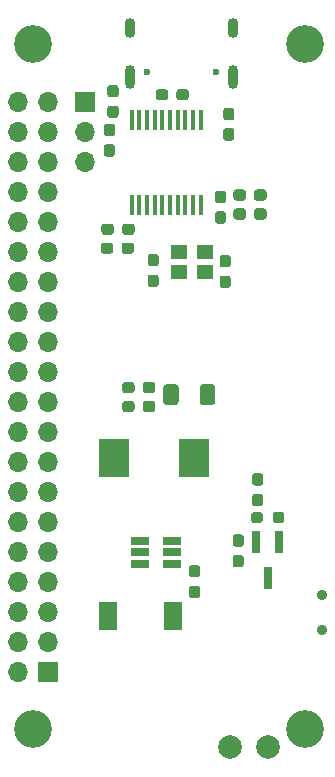
<source format=gbs>
G04 #@! TF.GenerationSoftware,KiCad,Pcbnew,(5.1.9)-1*
G04 #@! TF.CreationDate,2021-04-21T16:43:07+02:00*
G04 #@! TF.ProjectId,rgb_lcd_pihat,7267625f-6c63-4645-9f70-696861742e6b,rev?*
G04 #@! TF.SameCoordinates,Original*
G04 #@! TF.FileFunction,Soldermask,Bot*
G04 #@! TF.FilePolarity,Negative*
%FSLAX46Y46*%
G04 Gerber Fmt 4.6, Leading zero omitted, Abs format (unit mm)*
G04 Created by KiCad (PCBNEW (5.1.9)-1) date 2021-04-21 16:43:07*
%MOMM*%
%LPD*%
G01*
G04 APERTURE LIST*
%ADD10C,2.000000*%
%ADD11R,0.800000X1.900000*%
%ADD12C,0.600000*%
%ADD13O,0.900000X1.700000*%
%ADD14O,0.900000X2.000000*%
%ADD15R,1.400000X1.200000*%
%ADD16C,3.200000*%
%ADD17R,1.700000X1.700000*%
%ADD18O,1.700000X1.700000*%
%ADD19R,1.500000X2.400000*%
%ADD20C,0.900000*%
%ADD21R,0.450000X1.750000*%
%ADD22R,1.560000X0.650000*%
%ADD23R,2.500000X3.300000*%
G04 APERTURE END LIST*
G36*
G01*
X57850000Y-68825000D02*
X57850000Y-67575000D01*
G75*
G02*
X58100000Y-67325000I250000J0D01*
G01*
X58900000Y-67325000D01*
G75*
G02*
X59150000Y-67575000I0J-250000D01*
G01*
X59150000Y-68825000D01*
G75*
G02*
X58900000Y-69075000I-250000J0D01*
G01*
X58100000Y-69075000D01*
G75*
G02*
X57850000Y-68825000I0J250000D01*
G01*
G37*
G36*
G01*
X54750000Y-68825000D02*
X54750000Y-67575000D01*
G75*
G02*
X55000000Y-67325000I250000J0D01*
G01*
X55800000Y-67325000D01*
G75*
G02*
X56050000Y-67575000I0J-250000D01*
G01*
X56050000Y-68825000D01*
G75*
G02*
X55800000Y-69075000I-250000J0D01*
G01*
X55000000Y-69075000D01*
G75*
G02*
X54750000Y-68825000I0J250000D01*
G01*
G37*
G36*
G01*
X62512500Y-76600000D02*
X62987500Y-76600000D01*
G75*
G02*
X63225000Y-76837500I0J-237500D01*
G01*
X63225000Y-77412500D01*
G75*
G02*
X62987500Y-77650000I-237500J0D01*
G01*
X62512500Y-77650000D01*
G75*
G02*
X62275000Y-77412500I0J237500D01*
G01*
X62275000Y-76837500D01*
G75*
G02*
X62512500Y-76600000I237500J0D01*
G01*
G37*
G36*
G01*
X62512500Y-74850000D02*
X62987500Y-74850000D01*
G75*
G02*
X63225000Y-75087500I0J-237500D01*
G01*
X63225000Y-75662500D01*
G75*
G02*
X62987500Y-75900000I-237500J0D01*
G01*
X62512500Y-75900000D01*
G75*
G02*
X62275000Y-75662500I0J237500D01*
G01*
X62275000Y-75087500D01*
G75*
G02*
X62512500Y-74850000I237500J0D01*
G01*
G37*
D10*
X63600000Y-98000000D03*
X60400000Y-98000000D03*
G36*
G01*
X64025000Y-78837500D02*
X64025000Y-78362500D01*
G75*
G02*
X64262500Y-78125000I237500J0D01*
G01*
X64762500Y-78125000D01*
G75*
G02*
X65000000Y-78362500I0J-237500D01*
G01*
X65000000Y-78837500D01*
G75*
G02*
X64762500Y-79075000I-237500J0D01*
G01*
X64262500Y-79075000D01*
G75*
G02*
X64025000Y-78837500I0J237500D01*
G01*
G37*
G36*
G01*
X62200000Y-78837500D02*
X62200000Y-78362500D01*
G75*
G02*
X62437500Y-78125000I237500J0D01*
G01*
X62937500Y-78125000D01*
G75*
G02*
X63175000Y-78362500I0J-237500D01*
G01*
X63175000Y-78837500D01*
G75*
G02*
X62937500Y-79075000I-237500J0D01*
G01*
X62437500Y-79075000D01*
G75*
G02*
X62200000Y-78837500I0J237500D01*
G01*
G37*
D11*
X63600000Y-83700000D03*
X64550000Y-80700000D03*
X62650000Y-80700000D03*
D12*
X59190000Y-40850000D03*
X53410000Y-40850000D03*
D13*
X51980000Y-37160000D03*
X60620000Y-37160000D03*
D14*
X51980000Y-41330000D03*
X60620000Y-41330000D03*
G36*
G01*
X50737500Y-43025000D02*
X50262500Y-43025000D01*
G75*
G02*
X50025000Y-42787500I0J237500D01*
G01*
X50025000Y-42212500D01*
G75*
G02*
X50262500Y-41975000I237500J0D01*
G01*
X50737500Y-41975000D01*
G75*
G02*
X50975000Y-42212500I0J-237500D01*
G01*
X50975000Y-42787500D01*
G75*
G02*
X50737500Y-43025000I-237500J0D01*
G01*
G37*
G36*
G01*
X50737500Y-44775000D02*
X50262500Y-44775000D01*
G75*
G02*
X50025000Y-44537500I0J237500D01*
G01*
X50025000Y-43962500D01*
G75*
G02*
X50262500Y-43725000I237500J0D01*
G01*
X50737500Y-43725000D01*
G75*
G02*
X50975000Y-43962500I0J-237500D01*
G01*
X50975000Y-44537500D01*
G75*
G02*
X50737500Y-44775000I-237500J0D01*
G01*
G37*
D15*
X56100000Y-57800000D03*
X58300000Y-57800000D03*
X58300000Y-56100000D03*
X56100000Y-56100000D03*
D16*
X66750000Y-96500000D03*
X66750000Y-38500000D03*
X43750000Y-96500000D03*
X43750000Y-38500000D03*
D17*
X45000000Y-91660000D03*
D18*
X42460000Y-91660000D03*
X45000000Y-89120000D03*
X42460000Y-89120000D03*
X45000000Y-86580000D03*
X42460000Y-86580000D03*
X45000000Y-84040000D03*
X42460000Y-84040000D03*
X45000000Y-81500000D03*
X42460000Y-81500000D03*
X45000000Y-78960000D03*
X42460000Y-78960000D03*
X45000000Y-76420000D03*
X42460000Y-76420000D03*
X45000000Y-73880000D03*
X42460000Y-73880000D03*
X45000000Y-71340000D03*
X42460000Y-71340000D03*
X45000000Y-68800000D03*
X42460000Y-68800000D03*
X45000000Y-66260000D03*
X42460000Y-66260000D03*
X45000000Y-63720000D03*
X42460000Y-63720000D03*
X45000000Y-61180000D03*
X42460000Y-61180000D03*
X45000000Y-58640000D03*
X42460000Y-58640000D03*
X45000000Y-56100000D03*
X42460000Y-56100000D03*
X45000000Y-53560000D03*
X42460000Y-53560000D03*
X45000000Y-51020000D03*
X42460000Y-51020000D03*
X45000000Y-48480000D03*
X42460000Y-48480000D03*
X45000000Y-45940000D03*
X42460000Y-45940000D03*
X45000000Y-43400000D03*
X42460000Y-43400000D03*
X48100000Y-48500000D03*
X48100000Y-45960000D03*
D17*
X48100000Y-43420000D03*
G36*
G01*
X52325000Y-67362500D02*
X52325000Y-67837500D01*
G75*
G02*
X52087500Y-68075000I-237500J0D01*
G01*
X51512500Y-68075000D01*
G75*
G02*
X51275000Y-67837500I0J237500D01*
G01*
X51275000Y-67362500D01*
G75*
G02*
X51512500Y-67125000I237500J0D01*
G01*
X52087500Y-67125000D01*
G75*
G02*
X52325000Y-67362500I0J-237500D01*
G01*
G37*
G36*
G01*
X54075000Y-67362500D02*
X54075000Y-67837500D01*
G75*
G02*
X53837500Y-68075000I-237500J0D01*
G01*
X53262500Y-68075000D01*
G75*
G02*
X53025000Y-67837500I0J237500D01*
G01*
X53025000Y-67362500D01*
G75*
G02*
X53262500Y-67125000I237500J0D01*
G01*
X53837500Y-67125000D01*
G75*
G02*
X54075000Y-67362500I0J-237500D01*
G01*
G37*
G36*
G01*
X53662500Y-58025000D02*
X54137500Y-58025000D01*
G75*
G02*
X54375000Y-58262500I0J-237500D01*
G01*
X54375000Y-58837500D01*
G75*
G02*
X54137500Y-59075000I-237500J0D01*
G01*
X53662500Y-59075000D01*
G75*
G02*
X53425000Y-58837500I0J237500D01*
G01*
X53425000Y-58262500D01*
G75*
G02*
X53662500Y-58025000I237500J0D01*
G01*
G37*
G36*
G01*
X53662500Y-56275000D02*
X54137500Y-56275000D01*
G75*
G02*
X54375000Y-56512500I0J-237500D01*
G01*
X54375000Y-57087500D01*
G75*
G02*
X54137500Y-57325000I-237500J0D01*
G01*
X53662500Y-57325000D01*
G75*
G02*
X53425000Y-57087500I0J237500D01*
G01*
X53425000Y-56512500D01*
G75*
G02*
X53662500Y-56275000I237500J0D01*
G01*
G37*
G36*
G01*
X59762500Y-58125000D02*
X60237500Y-58125000D01*
G75*
G02*
X60475000Y-58362500I0J-237500D01*
G01*
X60475000Y-58937500D01*
G75*
G02*
X60237500Y-59175000I-237500J0D01*
G01*
X59762500Y-59175000D01*
G75*
G02*
X59525000Y-58937500I0J237500D01*
G01*
X59525000Y-58362500D01*
G75*
G02*
X59762500Y-58125000I237500J0D01*
G01*
G37*
G36*
G01*
X59762500Y-56375000D02*
X60237500Y-56375000D01*
G75*
G02*
X60475000Y-56612500I0J-237500D01*
G01*
X60475000Y-57187500D01*
G75*
G02*
X60237500Y-57425000I-237500J0D01*
G01*
X59762500Y-57425000D01*
G75*
G02*
X59525000Y-57187500I0J237500D01*
G01*
X59525000Y-56612500D01*
G75*
G02*
X59762500Y-56375000I237500J0D01*
G01*
G37*
G36*
G01*
X54125000Y-43037500D02*
X54125000Y-42562500D01*
G75*
G02*
X54362500Y-42325000I237500J0D01*
G01*
X54937500Y-42325000D01*
G75*
G02*
X55175000Y-42562500I0J-237500D01*
G01*
X55175000Y-43037500D01*
G75*
G02*
X54937500Y-43275000I-237500J0D01*
G01*
X54362500Y-43275000D01*
G75*
G02*
X54125000Y-43037500I0J237500D01*
G01*
G37*
G36*
G01*
X55875000Y-43037500D02*
X55875000Y-42562500D01*
G75*
G02*
X56112500Y-42325000I237500J0D01*
G01*
X56687500Y-42325000D01*
G75*
G02*
X56925000Y-42562500I0J-237500D01*
G01*
X56925000Y-43037500D01*
G75*
G02*
X56687500Y-43275000I-237500J0D01*
G01*
X56112500Y-43275000D01*
G75*
G02*
X55875000Y-43037500I0J237500D01*
G01*
G37*
G36*
G01*
X57162500Y-82625000D02*
X57637500Y-82625000D01*
G75*
G02*
X57875000Y-82862500I0J-237500D01*
G01*
X57875000Y-83437500D01*
G75*
G02*
X57637500Y-83675000I-237500J0D01*
G01*
X57162500Y-83675000D01*
G75*
G02*
X56925000Y-83437500I0J237500D01*
G01*
X56925000Y-82862500D01*
G75*
G02*
X57162500Y-82625000I237500J0D01*
G01*
G37*
G36*
G01*
X57162500Y-84375000D02*
X57637500Y-84375000D01*
G75*
G02*
X57875000Y-84612500I0J-237500D01*
G01*
X57875000Y-85187500D01*
G75*
G02*
X57637500Y-85425000I-237500J0D01*
G01*
X57162500Y-85425000D01*
G75*
G02*
X56925000Y-85187500I0J237500D01*
G01*
X56925000Y-84612500D01*
G75*
G02*
X57162500Y-84375000I237500J0D01*
G01*
G37*
G36*
G01*
X60862500Y-81775000D02*
X61337500Y-81775000D01*
G75*
G02*
X61575000Y-82012500I0J-237500D01*
G01*
X61575000Y-82587500D01*
G75*
G02*
X61337500Y-82825000I-237500J0D01*
G01*
X60862500Y-82825000D01*
G75*
G02*
X60625000Y-82587500I0J237500D01*
G01*
X60625000Y-82012500D01*
G75*
G02*
X60862500Y-81775000I237500J0D01*
G01*
G37*
G36*
G01*
X60862500Y-80025000D02*
X61337500Y-80025000D01*
G75*
G02*
X61575000Y-80262500I0J-237500D01*
G01*
X61575000Y-80837500D01*
G75*
G02*
X61337500Y-81075000I-237500J0D01*
G01*
X60862500Y-81075000D01*
G75*
G02*
X60625000Y-80837500I0J237500D01*
G01*
X60625000Y-80262500D01*
G75*
G02*
X60862500Y-80025000I237500J0D01*
G01*
G37*
G36*
G01*
X51275000Y-54437500D02*
X51275000Y-53962500D01*
G75*
G02*
X51512500Y-53725000I237500J0D01*
G01*
X52087500Y-53725000D01*
G75*
G02*
X52325000Y-53962500I0J-237500D01*
G01*
X52325000Y-54437500D01*
G75*
G02*
X52087500Y-54675000I-237500J0D01*
G01*
X51512500Y-54675000D01*
G75*
G02*
X51275000Y-54437500I0J237500D01*
G01*
G37*
G36*
G01*
X49525000Y-54437500D02*
X49525000Y-53962500D01*
G75*
G02*
X49762500Y-53725000I237500J0D01*
G01*
X50337500Y-53725000D01*
G75*
G02*
X50575000Y-53962500I0J-237500D01*
G01*
X50575000Y-54437500D01*
G75*
G02*
X50337500Y-54675000I-237500J0D01*
G01*
X49762500Y-54675000D01*
G75*
G02*
X49525000Y-54437500I0J237500D01*
G01*
G37*
D19*
X55600000Y-86900000D03*
X50100000Y-86900000D03*
G36*
G01*
X50525000Y-55562500D02*
X50525000Y-56037500D01*
G75*
G02*
X50287500Y-56275000I-237500J0D01*
G01*
X49712500Y-56275000D01*
G75*
G02*
X49475000Y-56037500I0J237500D01*
G01*
X49475000Y-55562500D01*
G75*
G02*
X49712500Y-55325000I237500J0D01*
G01*
X50287500Y-55325000D01*
G75*
G02*
X50525000Y-55562500I0J-237500D01*
G01*
G37*
G36*
G01*
X52275000Y-55562500D02*
X52275000Y-56037500D01*
G75*
G02*
X52037500Y-56275000I-237500J0D01*
G01*
X51462500Y-56275000D01*
G75*
G02*
X51225000Y-56037500I0J237500D01*
G01*
X51225000Y-55562500D01*
G75*
G02*
X51462500Y-55325000I237500J0D01*
G01*
X52037500Y-55325000D01*
G75*
G02*
X52275000Y-55562500I0J-237500D01*
G01*
G37*
G36*
G01*
X59837500Y-51975000D02*
X59362500Y-51975000D01*
G75*
G02*
X59125000Y-51737500I0J237500D01*
G01*
X59125000Y-51162500D01*
G75*
G02*
X59362500Y-50925000I237500J0D01*
G01*
X59837500Y-50925000D01*
G75*
G02*
X60075000Y-51162500I0J-237500D01*
G01*
X60075000Y-51737500D01*
G75*
G02*
X59837500Y-51975000I-237500J0D01*
G01*
G37*
G36*
G01*
X59837500Y-53725000D02*
X59362500Y-53725000D01*
G75*
G02*
X59125000Y-53487500I0J237500D01*
G01*
X59125000Y-52912500D01*
G75*
G02*
X59362500Y-52675000I237500J0D01*
G01*
X59837500Y-52675000D01*
G75*
G02*
X60075000Y-52912500I0J-237500D01*
G01*
X60075000Y-53487500D01*
G75*
G02*
X59837500Y-53725000I-237500J0D01*
G01*
G37*
G36*
G01*
X52325000Y-68962500D02*
X52325000Y-69437500D01*
G75*
G02*
X52087500Y-69675000I-237500J0D01*
G01*
X51512500Y-69675000D01*
G75*
G02*
X51275000Y-69437500I0J237500D01*
G01*
X51275000Y-68962500D01*
G75*
G02*
X51512500Y-68725000I237500J0D01*
G01*
X52087500Y-68725000D01*
G75*
G02*
X52325000Y-68962500I0J-237500D01*
G01*
G37*
G36*
G01*
X54075000Y-68962500D02*
X54075000Y-69437500D01*
G75*
G02*
X53837500Y-69675000I-237500J0D01*
G01*
X53262500Y-69675000D01*
G75*
G02*
X53025000Y-69437500I0J237500D01*
G01*
X53025000Y-68962500D01*
G75*
G02*
X53262500Y-68725000I237500J0D01*
G01*
X53837500Y-68725000D01*
G75*
G02*
X54075000Y-68962500I0J-237500D01*
G01*
G37*
D20*
X68210000Y-88150000D03*
X68210000Y-85150000D03*
D21*
X57925000Y-52100000D03*
X57275000Y-52100000D03*
X56625000Y-52100000D03*
X55975000Y-52100000D03*
X55325000Y-52100000D03*
X54675000Y-52100000D03*
X54025000Y-52100000D03*
X53375000Y-52100000D03*
X52725000Y-52100000D03*
X52075000Y-52100000D03*
X52075000Y-44900000D03*
X52725000Y-44900000D03*
X53375000Y-44900000D03*
X54025000Y-44900000D03*
X54675000Y-44900000D03*
X55325000Y-44900000D03*
X55975000Y-44900000D03*
X56625000Y-44900000D03*
X57275000Y-44900000D03*
X57925000Y-44900000D03*
D22*
X52800000Y-82500000D03*
X52800000Y-81550000D03*
X52800000Y-80600000D03*
X55500000Y-80600000D03*
X55500000Y-82500000D03*
X55500000Y-81550000D03*
D23*
X57400000Y-73600000D03*
X50600000Y-73600000D03*
G36*
G01*
X61775000Y-52662500D02*
X61775000Y-53137500D01*
G75*
G02*
X61537500Y-53375000I-237500J0D01*
G01*
X60937500Y-53375000D01*
G75*
G02*
X60700000Y-53137500I0J237500D01*
G01*
X60700000Y-52662500D01*
G75*
G02*
X60937500Y-52425000I237500J0D01*
G01*
X61537500Y-52425000D01*
G75*
G02*
X61775000Y-52662500I0J-237500D01*
G01*
G37*
G36*
G01*
X63500000Y-52662500D02*
X63500000Y-53137500D01*
G75*
G02*
X63262500Y-53375000I-237500J0D01*
G01*
X62662500Y-53375000D01*
G75*
G02*
X62425000Y-53137500I0J237500D01*
G01*
X62425000Y-52662500D01*
G75*
G02*
X62662500Y-52425000I237500J0D01*
G01*
X63262500Y-52425000D01*
G75*
G02*
X63500000Y-52662500I0J-237500D01*
G01*
G37*
G36*
G01*
X63500000Y-51062500D02*
X63500000Y-51537500D01*
G75*
G02*
X63262500Y-51775000I-237500J0D01*
G01*
X62662500Y-51775000D01*
G75*
G02*
X62425000Y-51537500I0J237500D01*
G01*
X62425000Y-51062500D01*
G75*
G02*
X62662500Y-50825000I237500J0D01*
G01*
X63262500Y-50825000D01*
G75*
G02*
X63500000Y-51062500I0J-237500D01*
G01*
G37*
G36*
G01*
X61775000Y-51062500D02*
X61775000Y-51537500D01*
G75*
G02*
X61537500Y-51775000I-237500J0D01*
G01*
X60937500Y-51775000D01*
G75*
G02*
X60700000Y-51537500I0J237500D01*
G01*
X60700000Y-51062500D01*
G75*
G02*
X60937500Y-50825000I237500J0D01*
G01*
X61537500Y-50825000D01*
G75*
G02*
X61775000Y-51062500I0J-237500D01*
G01*
G37*
G36*
G01*
X60062500Y-43900000D02*
X60537500Y-43900000D01*
G75*
G02*
X60775000Y-44137500I0J-237500D01*
G01*
X60775000Y-44737500D01*
G75*
G02*
X60537500Y-44975000I-237500J0D01*
G01*
X60062500Y-44975000D01*
G75*
G02*
X59825000Y-44737500I0J237500D01*
G01*
X59825000Y-44137500D01*
G75*
G02*
X60062500Y-43900000I237500J0D01*
G01*
G37*
G36*
G01*
X60062500Y-45625000D02*
X60537500Y-45625000D01*
G75*
G02*
X60775000Y-45862500I0J-237500D01*
G01*
X60775000Y-46462500D01*
G75*
G02*
X60537500Y-46700000I-237500J0D01*
G01*
X60062500Y-46700000D01*
G75*
G02*
X59825000Y-46462500I0J237500D01*
G01*
X59825000Y-45862500D01*
G75*
G02*
X60062500Y-45625000I237500J0D01*
G01*
G37*
G36*
G01*
X50437500Y-46337500D02*
X49962500Y-46337500D01*
G75*
G02*
X49725000Y-46100000I0J237500D01*
G01*
X49725000Y-45500000D01*
G75*
G02*
X49962500Y-45262500I237500J0D01*
G01*
X50437500Y-45262500D01*
G75*
G02*
X50675000Y-45500000I0J-237500D01*
G01*
X50675000Y-46100000D01*
G75*
G02*
X50437500Y-46337500I-237500J0D01*
G01*
G37*
G36*
G01*
X50437500Y-48062500D02*
X49962500Y-48062500D01*
G75*
G02*
X49725000Y-47825000I0J237500D01*
G01*
X49725000Y-47225000D01*
G75*
G02*
X49962500Y-46987500I237500J0D01*
G01*
X50437500Y-46987500D01*
G75*
G02*
X50675000Y-47225000I0J-237500D01*
G01*
X50675000Y-47825000D01*
G75*
G02*
X50437500Y-48062500I-237500J0D01*
G01*
G37*
M02*

</source>
